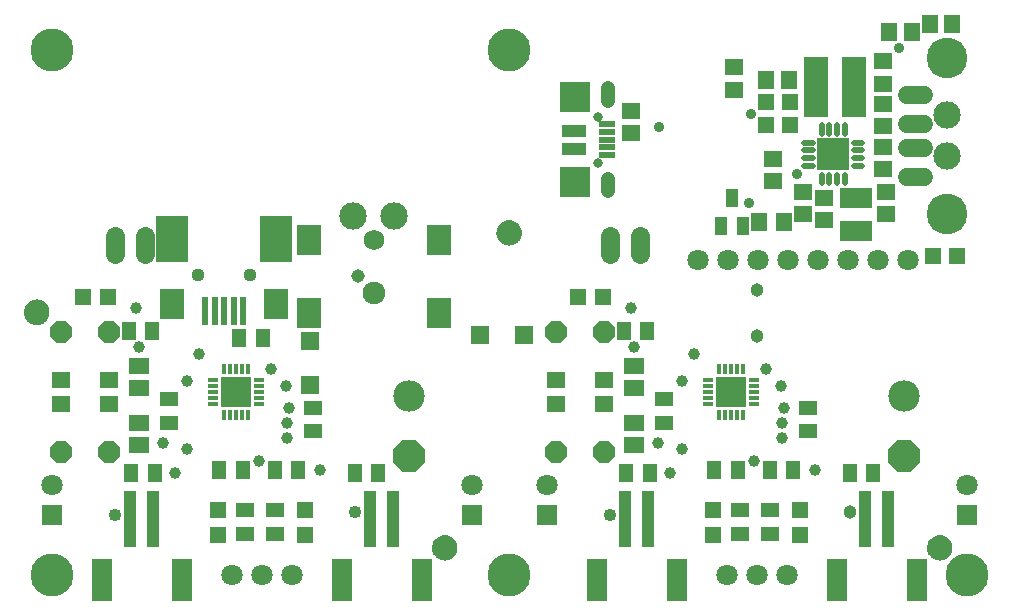
<source format=gts>
G75*
%MOIN*%
%OFA0B0*%
%FSLAX25Y25*%
%IPPOS*%
%LPD*%
%AMOC8*
5,1,8,0,0,1.08239X$1,22.5*
%
%ADD10R,0.03374X0.01602*%
%ADD11R,0.01602X0.03374*%
%ADD12R,0.10343X0.10343*%
%ADD13R,0.04831X0.06012*%
%ADD14R,0.05224X0.05224*%
%ADD15R,0.06012X0.04831*%
%ADD16R,0.04437X0.18610*%
%ADD17R,0.06799X0.13886*%
%ADD18OC8,0.07100*%
%ADD19R,0.06299X0.05512*%
%ADD20R,0.08374X0.09949*%
%ADD21R,0.02469X0.09587*%
%ADD22R,0.10500X0.15500*%
%ADD23C,0.04437*%
%ADD24C,0.10500*%
%ADD25OC8,0.10500*%
%ADD26C,0.06799*%
%ADD27C,0.07587*%
%ADD28C,0.06406*%
%ADD29R,0.06012X0.06012*%
%ADD30R,0.06799X0.05618*%
%ADD31R,0.07100X0.07100*%
%ADD32C,0.07100*%
%ADD33C,0.00500*%
%ADD34C,0.14343*%
%ADD35R,0.11130X0.11130*%
%ADD36C,0.01878*%
%ADD37C,0.03475*%
%ADD38R,0.08374X0.20185*%
%ADD39R,0.05618X0.06406*%
%ADD40R,0.06406X0.05618*%
%ADD41C,0.09100*%
%ADD42C,0.06110*%
%ADD43C,0.13555*%
%ADD44R,0.05224X0.06406*%
%ADD45R,0.05224X0.05618*%
%ADD46R,0.04437X0.06012*%
%ADD47R,0.11130X0.06799*%
%ADD48C,0.03256*%
%ADD49C,0.04656*%
%ADD50R,0.08374X0.04437*%
%ADD51R,0.05709X0.01969*%
%ADD52C,0.03869*%
%ADD53C,0.04500*%
%ADD54C,0.04262*%
%ADD55C,0.03450*%
%ADD56C,0.04459*%
D10*
X0075264Y0102853D03*
X0075264Y0104822D03*
X0075264Y0106790D03*
X0075264Y0108759D03*
X0075264Y0110727D03*
X0090736Y0110727D03*
X0090736Y0108759D03*
X0090736Y0106790D03*
X0090736Y0104822D03*
X0090736Y0102853D03*
X0240264Y0102853D03*
X0240264Y0104822D03*
X0240264Y0106790D03*
X0240264Y0108759D03*
X0240264Y0110727D03*
X0255736Y0110727D03*
X0255736Y0108759D03*
X0255736Y0106790D03*
X0255736Y0104822D03*
X0255736Y0102853D03*
D11*
X0251937Y0099054D03*
X0249969Y0099054D03*
X0248000Y0099054D03*
X0246031Y0099054D03*
X0244063Y0099054D03*
X0244063Y0114526D03*
X0246031Y0114526D03*
X0248000Y0114526D03*
X0249969Y0114526D03*
X0251937Y0114526D03*
X0086937Y0114526D03*
X0084969Y0114526D03*
X0083000Y0114526D03*
X0081031Y0114526D03*
X0079063Y0114526D03*
X0079063Y0099054D03*
X0081031Y0099054D03*
X0083000Y0099054D03*
X0084969Y0099054D03*
X0086937Y0099054D03*
D12*
X0083000Y0106790D03*
X0196020Y0176617D03*
X0196020Y0204963D03*
X0248000Y0106790D03*
D13*
X0220000Y0127034D03*
X0212126Y0127034D03*
X0213063Y0079790D03*
X0220937Y0079790D03*
X0242311Y0080601D03*
X0250185Y0080601D03*
X0260874Y0080601D03*
X0268748Y0080601D03*
X0287563Y0079790D03*
X0295437Y0079790D03*
X0130437Y0079790D03*
X0122563Y0079790D03*
X0103748Y0080601D03*
X0095874Y0080601D03*
X0085185Y0080601D03*
X0077311Y0080601D03*
X0055937Y0079790D03*
X0048063Y0079790D03*
X0084063Y0124790D03*
X0091937Y0124790D03*
X0055000Y0127034D03*
X0047126Y0127034D03*
D14*
X0040197Y0138534D03*
X0031929Y0138534D03*
X0077000Y0067424D03*
X0077000Y0059156D03*
X0106000Y0059156D03*
X0106000Y0067424D03*
X0196929Y0138534D03*
X0205197Y0138534D03*
X0242000Y0067424D03*
X0242000Y0059156D03*
X0271000Y0059156D03*
X0271000Y0067424D03*
X0315134Y0151916D03*
X0323402Y0151916D03*
D15*
X0273500Y0101538D03*
X0273500Y0093664D03*
X0261000Y0067227D03*
X0261000Y0059353D03*
X0251000Y0059353D03*
X0251000Y0067227D03*
X0225500Y0096475D03*
X0225500Y0104349D03*
X0108500Y0101538D03*
X0108500Y0093664D03*
X0096000Y0067227D03*
X0096000Y0059353D03*
X0086000Y0059353D03*
X0086000Y0067227D03*
X0060500Y0096475D03*
X0060500Y0104349D03*
D16*
X0055437Y0064357D03*
X0047563Y0064357D03*
X0127563Y0064357D03*
X0135437Y0064357D03*
X0212563Y0064357D03*
X0220437Y0064357D03*
X0292563Y0064357D03*
X0300437Y0064357D03*
D17*
X0038114Y0043885D03*
X0064886Y0043885D03*
X0118114Y0043885D03*
X0144886Y0043885D03*
X0203114Y0043885D03*
X0229886Y0043885D03*
X0283114Y0043885D03*
X0309886Y0043885D03*
D18*
X0205500Y0086790D03*
X0189500Y0086790D03*
X0189500Y0126790D03*
X0205500Y0126790D03*
X0040500Y0126790D03*
X0024500Y0126790D03*
X0024500Y0086790D03*
X0040500Y0086790D03*
D19*
X0040500Y0102753D03*
X0040500Y0110827D03*
X0024500Y0110827D03*
X0024500Y0102753D03*
X0189500Y0102753D03*
X0189500Y0110827D03*
X0205500Y0110827D03*
X0205500Y0102753D03*
D20*
X0150547Y0133117D03*
X0150547Y0157526D03*
X0107240Y0157526D03*
X0096323Y0136011D03*
X0107240Y0133117D03*
X0061677Y0136011D03*
D21*
X0072701Y0133790D03*
X0075850Y0133790D03*
X0079000Y0133790D03*
X0082150Y0133790D03*
X0085299Y0133790D03*
D22*
X0096323Y0157664D03*
X0061677Y0157664D03*
D23*
X0070339Y0145853D03*
X0087661Y0145853D03*
D24*
X0140500Y0105290D03*
X0305500Y0105290D03*
D25*
X0305500Y0085290D03*
X0140500Y0085290D03*
D26*
X0128894Y0157526D03*
D27*
X0128894Y0139810D03*
D28*
X0052500Y0152838D02*
X0052500Y0158743D01*
X0042500Y0158743D02*
X0042500Y0152838D01*
X0207500Y0152838D02*
X0207500Y0158743D01*
X0217500Y0158743D02*
X0217500Y0152838D01*
D29*
X0178783Y0125790D03*
X0164217Y0125790D03*
X0107500Y0123574D03*
X0107500Y0109007D03*
D30*
X0050500Y0108050D03*
X0050500Y0115530D03*
X0050500Y0096530D03*
X0050500Y0089050D03*
X0215500Y0089050D03*
X0215500Y0096530D03*
X0215500Y0108050D03*
X0215500Y0115530D03*
D31*
X0186500Y0065790D03*
X0161500Y0065790D03*
X0021500Y0065790D03*
X0326500Y0065790D03*
D32*
X0326500Y0075790D03*
X0266500Y0045790D03*
X0256500Y0045790D03*
X0246500Y0045790D03*
X0186500Y0075790D03*
X0161500Y0075790D03*
X0101500Y0045790D03*
X0091500Y0045790D03*
X0081500Y0045790D03*
X0021500Y0075790D03*
X0237000Y0150790D03*
X0247000Y0150790D03*
X0257000Y0150790D03*
X0267000Y0150790D03*
X0277000Y0150790D03*
X0287000Y0150790D03*
X0297000Y0150790D03*
X0307000Y0150790D03*
D33*
X0177937Y0159790D02*
X0177877Y0160474D01*
X0177700Y0161137D01*
X0177410Y0161759D01*
X0177016Y0162321D01*
X0176531Y0162806D01*
X0175969Y0163200D01*
X0175347Y0163490D01*
X0174684Y0163667D01*
X0174000Y0163727D01*
X0173316Y0163667D01*
X0172653Y0163490D01*
X0172031Y0163200D01*
X0171469Y0162806D01*
X0170984Y0162321D01*
X0170590Y0161759D01*
X0170300Y0161137D01*
X0170123Y0160474D01*
X0170063Y0159790D01*
X0170123Y0159107D01*
X0170300Y0158444D01*
X0170590Y0157822D01*
X0170984Y0157260D01*
X0171469Y0156774D01*
X0172031Y0156381D01*
X0172653Y0156091D01*
X0173316Y0155913D01*
X0174000Y0155853D01*
X0174684Y0155913D01*
X0175347Y0156091D01*
X0175969Y0156381D01*
X0176531Y0156774D01*
X0177016Y0157260D01*
X0177410Y0157822D01*
X0177700Y0158444D01*
X0177877Y0159107D01*
X0177937Y0159790D01*
X0177927Y0159905D02*
X0170073Y0159905D01*
X0170097Y0159406D02*
X0177903Y0159406D01*
X0177824Y0158908D02*
X0170176Y0158908D01*
X0170317Y0158409D02*
X0177683Y0158409D01*
X0177451Y0157911D02*
X0170549Y0157911D01*
X0170877Y0157412D02*
X0177123Y0157412D01*
X0176670Y0156914D02*
X0171330Y0156914D01*
X0171982Y0156415D02*
X0176018Y0156415D01*
X0174697Y0155917D02*
X0173303Y0155917D01*
X0170117Y0160403D02*
X0177883Y0160403D01*
X0177763Y0160902D02*
X0170237Y0160902D01*
X0170423Y0161400D02*
X0177577Y0161400D01*
X0177312Y0161899D02*
X0170688Y0161899D01*
X0171060Y0162397D02*
X0176940Y0162397D01*
X0176403Y0162896D02*
X0171597Y0162896D01*
X0172449Y0163394D02*
X0175551Y0163394D01*
X0153184Y0058667D02*
X0152500Y0058727D01*
X0151816Y0058667D01*
X0151153Y0058490D01*
X0150531Y0058200D01*
X0149969Y0057806D01*
X0149484Y0057321D01*
X0149090Y0056759D01*
X0148800Y0056137D01*
X0148623Y0055474D01*
X0148563Y0054790D01*
X0148623Y0054107D01*
X0148800Y0053444D01*
X0149090Y0052822D01*
X0149484Y0052260D01*
X0149969Y0051774D01*
X0150531Y0051381D01*
X0151153Y0051091D01*
X0151816Y0050913D01*
X0152500Y0050853D01*
X0153184Y0050913D01*
X0153847Y0051091D01*
X0154469Y0051381D01*
X0155031Y0051774D01*
X0155516Y0052260D01*
X0155910Y0052822D01*
X0156200Y0053444D01*
X0156377Y0054107D01*
X0156437Y0054790D01*
X0156377Y0055474D01*
X0156200Y0056137D01*
X0155910Y0056759D01*
X0155516Y0057321D01*
X0155031Y0057806D01*
X0154469Y0058200D01*
X0153847Y0058490D01*
X0153184Y0058667D01*
X0152733Y0058707D02*
X0152267Y0058707D01*
X0150550Y0058208D02*
X0154450Y0058208D01*
X0155127Y0057710D02*
X0149873Y0057710D01*
X0149407Y0057211D02*
X0155593Y0057211D01*
X0155931Y0056713D02*
X0149069Y0056713D01*
X0148837Y0056214D02*
X0156163Y0056214D01*
X0156312Y0055716D02*
X0148688Y0055716D01*
X0148600Y0055217D02*
X0156400Y0055217D01*
X0156431Y0054719D02*
X0148569Y0054719D01*
X0148613Y0054220D02*
X0156387Y0054220D01*
X0156274Y0053722D02*
X0148726Y0053722D01*
X0148903Y0053223D02*
X0156097Y0053223D01*
X0155842Y0052725D02*
X0149158Y0052725D01*
X0149517Y0052226D02*
X0155483Y0052226D01*
X0154964Y0051728D02*
X0150036Y0051728D01*
X0150856Y0051229D02*
X0154144Y0051229D01*
X0019910Y0131322D02*
X0020200Y0131944D01*
X0020377Y0132607D01*
X0020437Y0133290D01*
X0020377Y0133974D01*
X0020200Y0134637D01*
X0019910Y0135259D01*
X0019516Y0135821D01*
X0019031Y0136306D01*
X0018469Y0136700D01*
X0017847Y0136990D01*
X0017184Y0137167D01*
X0016500Y0137227D01*
X0015816Y0137167D01*
X0015153Y0136990D01*
X0014531Y0136700D01*
X0013969Y0136306D01*
X0013484Y0135821D01*
X0013090Y0135259D01*
X0012800Y0134637D01*
X0012623Y0133974D01*
X0012563Y0133290D01*
X0012623Y0132607D01*
X0012800Y0131944D01*
X0013090Y0131322D01*
X0013484Y0130760D01*
X0013969Y0130274D01*
X0014531Y0129881D01*
X0015153Y0129591D01*
X0015816Y0129413D01*
X0016500Y0129353D01*
X0017184Y0129413D01*
X0017847Y0129591D01*
X0018469Y0129881D01*
X0019031Y0130274D01*
X0019516Y0130760D01*
X0019910Y0131322D01*
X0019988Y0131490D02*
X0013012Y0131490D01*
X0012789Y0131988D02*
X0020211Y0131988D01*
X0020345Y0132487D02*
X0012655Y0132487D01*
X0012590Y0132985D02*
X0020410Y0132985D01*
X0020420Y0133484D02*
X0012580Y0133484D01*
X0012625Y0133982D02*
X0020375Y0133982D01*
X0020241Y0134481D02*
X0012759Y0134481D01*
X0012960Y0134979D02*
X0020040Y0134979D01*
X0019756Y0135478D02*
X0013244Y0135478D01*
X0013639Y0135976D02*
X0019361Y0135976D01*
X0018790Y0136475D02*
X0014210Y0136475D01*
X0015118Y0136973D02*
X0017882Y0136973D01*
X0019678Y0130991D02*
X0013322Y0130991D01*
X0013751Y0130493D02*
X0019249Y0130493D01*
X0018630Y0129994D02*
X0014370Y0129994D01*
X0015509Y0129496D02*
X0017491Y0129496D01*
X0313623Y0055474D02*
X0313563Y0054790D01*
X0313623Y0054107D01*
X0313800Y0053444D01*
X0314090Y0052822D01*
X0314484Y0052260D01*
X0314969Y0051774D01*
X0315531Y0051381D01*
X0316153Y0051091D01*
X0316816Y0050913D01*
X0317500Y0050853D01*
X0318184Y0050913D01*
X0318847Y0051091D01*
X0319469Y0051381D01*
X0320031Y0051774D01*
X0320516Y0052260D01*
X0320910Y0052822D01*
X0321200Y0053444D01*
X0321377Y0054107D01*
X0321437Y0054790D01*
X0321377Y0055474D01*
X0321200Y0056137D01*
X0320910Y0056759D01*
X0320516Y0057321D01*
X0320031Y0057806D01*
X0319469Y0058200D01*
X0318847Y0058490D01*
X0318184Y0058667D01*
X0317500Y0058727D01*
X0316816Y0058667D01*
X0316153Y0058490D01*
X0315531Y0058200D01*
X0314969Y0057806D01*
X0314484Y0057321D01*
X0314090Y0056759D01*
X0313800Y0056137D01*
X0313623Y0055474D01*
X0313688Y0055716D02*
X0321312Y0055716D01*
X0321400Y0055217D02*
X0313600Y0055217D01*
X0313569Y0054719D02*
X0321431Y0054719D01*
X0321387Y0054220D02*
X0313613Y0054220D01*
X0313726Y0053722D02*
X0321274Y0053722D01*
X0321097Y0053223D02*
X0313903Y0053223D01*
X0314158Y0052725D02*
X0320842Y0052725D01*
X0320483Y0052226D02*
X0314517Y0052226D01*
X0315036Y0051728D02*
X0319964Y0051728D01*
X0319144Y0051229D02*
X0315856Y0051229D01*
X0313837Y0056214D02*
X0321163Y0056214D01*
X0320931Y0056713D02*
X0314069Y0056713D01*
X0314407Y0057211D02*
X0320593Y0057211D01*
X0320127Y0057710D02*
X0314873Y0057710D01*
X0315550Y0058208D02*
X0319450Y0058208D01*
X0317733Y0058707D02*
X0317267Y0058707D01*
D34*
X0326500Y0045790D03*
X0174000Y0045790D03*
X0021500Y0045790D03*
X0021500Y0220790D03*
X0174000Y0220790D03*
D35*
X0282055Y0185971D03*
D36*
X0288945Y0184692D02*
X0291701Y0184692D01*
X0291701Y0187251D02*
X0288945Y0187251D01*
X0288945Y0189810D02*
X0291701Y0189810D01*
X0285894Y0192861D02*
X0285894Y0195617D01*
X0283335Y0195617D02*
X0283335Y0192861D01*
X0280776Y0192861D02*
X0280776Y0195617D01*
X0278217Y0195617D02*
X0278217Y0192861D01*
X0275165Y0189810D02*
X0272409Y0189810D01*
X0272409Y0187251D02*
X0275165Y0187251D01*
X0275165Y0184692D02*
X0272409Y0184692D01*
X0272409Y0182133D02*
X0275165Y0182133D01*
X0278217Y0179082D02*
X0278217Y0176326D01*
X0280776Y0176326D02*
X0280776Y0179082D01*
X0283335Y0179082D02*
X0283335Y0176326D01*
X0285894Y0176326D02*
X0285894Y0179082D01*
X0288945Y0182133D02*
X0291701Y0182133D01*
D37*
X0285598Y0182428D03*
X0282055Y0185971D03*
X0278512Y0182428D03*
X0278512Y0189515D03*
X0285598Y0189515D03*
D38*
X0288870Y0208404D03*
X0276272Y0208404D03*
D39*
X0267240Y0210790D03*
X0259760Y0210790D03*
X0300760Y0226790D03*
X0308240Y0226790D03*
X0314260Y0229290D03*
X0321740Y0229290D03*
D40*
X0298500Y0217030D03*
X0298500Y0209550D03*
X0298626Y0202771D03*
X0298626Y0195290D03*
X0298697Y0188534D03*
X0298697Y0181054D03*
X0299500Y0173530D03*
X0299500Y0166050D03*
X0279000Y0164050D03*
X0272000Y0166050D03*
X0279000Y0171530D03*
X0272000Y0173530D03*
X0261870Y0177046D03*
X0261870Y0184526D03*
X0248874Y0207495D03*
X0248874Y0214975D03*
X0214500Y0200530D03*
X0214500Y0193050D03*
D41*
X0135693Y0165290D03*
X0121913Y0165290D03*
X0320000Y0185347D03*
X0320000Y0199127D03*
D42*
X0312136Y0195977D02*
X0306526Y0195977D01*
X0306526Y0188103D02*
X0312136Y0188103D01*
X0312136Y0178261D02*
X0306526Y0178261D01*
X0306526Y0205820D02*
X0312136Y0205820D01*
D43*
X0320000Y0217906D03*
X0320000Y0166174D03*
D44*
X0265634Y0163290D03*
X0257366Y0163290D03*
D45*
X0259500Y0195790D03*
X0267500Y0195790D03*
X0267500Y0203290D03*
X0259500Y0203290D03*
D46*
X0248300Y0171515D03*
X0244560Y0162066D03*
X0252040Y0162066D03*
D47*
X0289500Y0160278D03*
X0289500Y0171302D03*
D48*
X0203500Y0183113D03*
X0203500Y0198467D03*
D49*
X0207043Y0203782D02*
X0207043Y0207938D01*
X0207043Y0177798D02*
X0207043Y0173642D01*
D50*
X0195626Y0187838D03*
X0195626Y0193743D03*
D51*
X0206551Y0193349D03*
X0206551Y0190790D03*
X0206551Y0188231D03*
X0206551Y0185672D03*
X0206551Y0195908D03*
D52*
X0214500Y0134790D03*
X0215500Y0121790D03*
X0231500Y0110290D03*
X0245000Y0106790D03*
X0248000Y0103790D03*
X0251000Y0106790D03*
X0248000Y0109790D03*
X0259500Y0114290D03*
X0264500Y0108790D03*
X0265500Y0101290D03*
X0265000Y0096290D03*
X0265000Y0091290D03*
X0255500Y0083790D03*
X0276000Y0080790D03*
X0231500Y0087790D03*
X0223500Y0089790D03*
X0227500Y0079790D03*
X0235500Y0119290D03*
X0111000Y0080790D03*
X0100000Y0091290D03*
X0100000Y0096290D03*
X0100500Y0101290D03*
X0099500Y0108790D03*
X0094500Y0114290D03*
X0086000Y0106790D03*
X0083000Y0103790D03*
X0080000Y0106790D03*
X0083000Y0109790D03*
X0070500Y0119290D03*
X0066500Y0110290D03*
X0050500Y0121790D03*
X0049500Y0134790D03*
X0058500Y0089790D03*
X0066500Y0087790D03*
X0062500Y0079790D03*
X0090500Y0083790D03*
D53*
X0123500Y0145290D03*
D54*
X0122500Y0066790D03*
X0042500Y0065790D03*
X0207500Y0065790D03*
D55*
X0254000Y0169790D03*
X0270000Y0179290D03*
X0254500Y0199290D03*
X0224000Y0194908D03*
X0304000Y0221290D03*
D56*
X0256500Y0140790D03*
X0256500Y0125290D03*
X0287500Y0066790D03*
M02*

</source>
